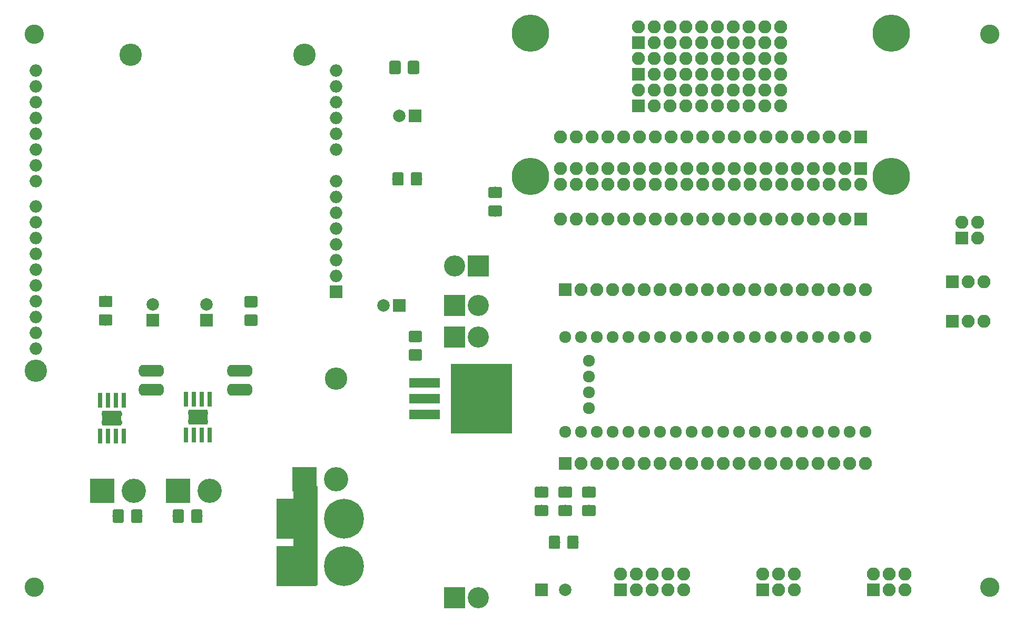
<source format=gts>
G04 #@! TF.GenerationSoftware,KiCad,Pcbnew,(5.1.2)-2*
G04 #@! TF.CreationDate,2019-06-10T17:10:01+02:00*
G04 #@! TF.ProjectId,GB2,4742322e-6b69-4636-9164-5f7063625858,rev?*
G04 #@! TF.SameCoordinates,Original*
G04 #@! TF.FileFunction,Soldermask,Top*
G04 #@! TF.FilePolarity,Negative*
%FSLAX46Y46*%
G04 Gerber Fmt 4.6, Leading zero omitted, Abs format (unit mm)*
G04 Created by KiCad (PCBNEW (5.1.2)-2) date 2019-06-10 17:10:01*
%MOMM*%
%LPD*%
G04 APERTURE LIST*
%ADD10C,0.100000*%
%ADD11C,3.600000*%
%ADD12O,2.000000X2.000000*%
%ADD13R,2.000000X2.000000*%
%ADD14C,0.500000*%
%ADD15R,1.400000X1.900000*%
%ADD16C,0.770000*%
%ADD17R,0.640000X2.340000*%
%ADD18R,3.100000X2.400000*%
%ADD19C,1.825000*%
%ADD20C,3.900120*%
%ADD21R,3.900120X3.900120*%
%ADD22C,2.000000*%
%ADD23C,1.924000*%
%ADD24C,6.000000*%
%ADD25O,2.100000X2.100000*%
%ADD26R,2.100000X2.100000*%
%ADD27C,3.399740*%
%ADD28R,3.399740X3.399740*%
%ADD29C,3.100000*%
%ADD30R,9.800000X11.200000*%
%ADD31R,5.000000X1.500000*%
%ADD32C,6.399480*%
%ADD33R,6.399480X6.399480*%
G04 APERTURE END LIST*
D10*
G36*
X104140000Y-139065000D02*
G01*
X100330000Y-139065000D01*
X100330000Y-123190000D01*
X104140000Y-123190000D01*
X104140000Y-139065000D01*
G37*
X104140000Y-139065000D02*
X100330000Y-139065000D01*
X100330000Y-123190000D01*
X104140000Y-123190000D01*
X104140000Y-139065000D01*
D11*
X102108000Y-53848000D03*
X74168000Y-53848000D03*
X58928000Y-104648000D03*
X107188000Y-105918000D03*
D12*
X58928000Y-58928000D03*
X58928000Y-56388000D03*
X58928000Y-96008000D03*
X107188000Y-56388000D03*
X58928000Y-93468000D03*
X107188000Y-58928000D03*
X58928000Y-90928000D03*
X107188000Y-61468000D03*
X58928000Y-88388000D03*
X107188000Y-64008000D03*
X58928000Y-85848000D03*
X107188000Y-66548000D03*
X58928000Y-83308000D03*
X107188000Y-69088000D03*
X58928000Y-80768000D03*
X107188000Y-74168000D03*
X58928000Y-78228000D03*
X107188000Y-76708000D03*
X58928000Y-74168000D03*
X107188000Y-79248000D03*
X58928000Y-71628000D03*
X107188000Y-81788000D03*
X58928000Y-69088000D03*
X107188000Y-84328000D03*
X58928000Y-66548000D03*
X107188000Y-86868000D03*
X58928000Y-64008000D03*
X107188000Y-89408000D03*
X58928000Y-61468000D03*
D13*
X107188000Y-91948000D03*
D12*
X58928000Y-98548000D03*
X58928000Y-101088000D03*
D14*
X76140000Y-104648000D03*
D10*
G36*
X76729018Y-103701843D02*
G01*
X76766537Y-103713224D01*
X76801114Y-103731706D01*
X76831421Y-103756579D01*
X76856294Y-103786886D01*
X76874776Y-103821463D01*
X76886157Y-103858982D01*
X76890000Y-103898000D01*
X76890000Y-105398000D01*
X76886157Y-105437018D01*
X76874776Y-105474537D01*
X76856294Y-105509114D01*
X76831421Y-105539421D01*
X76801114Y-105564294D01*
X76766537Y-105582776D01*
X76729018Y-105594157D01*
X76690000Y-105598000D01*
X76140000Y-105598000D01*
X76133888Y-105597398D01*
X76115466Y-105597398D01*
X76095860Y-105596435D01*
X76047029Y-105591625D01*
X76027620Y-105588746D01*
X75979495Y-105579174D01*
X75960452Y-105574404D01*
X75913497Y-105560160D01*
X75895020Y-105553549D01*
X75849687Y-105534772D01*
X75831939Y-105526377D01*
X75788666Y-105503246D01*
X75771838Y-105493160D01*
X75731039Y-105465900D01*
X75715270Y-105454205D01*
X75677341Y-105423077D01*
X75662800Y-105409897D01*
X75628103Y-105375200D01*
X75614923Y-105360659D01*
X75583795Y-105322730D01*
X75572100Y-105306961D01*
X75544840Y-105266162D01*
X75534754Y-105249334D01*
X75511623Y-105206061D01*
X75503228Y-105188313D01*
X75484451Y-105142980D01*
X75477840Y-105124503D01*
X75463596Y-105077548D01*
X75458826Y-105058505D01*
X75449254Y-105010380D01*
X75446375Y-104990971D01*
X75441565Y-104942140D01*
X75440602Y-104922534D01*
X75440602Y-104904112D01*
X75440000Y-104898000D01*
X75440000Y-104398000D01*
X75440602Y-104391888D01*
X75440602Y-104373466D01*
X75441565Y-104353860D01*
X75446375Y-104305029D01*
X75449254Y-104285620D01*
X75458826Y-104237495D01*
X75463596Y-104218452D01*
X75477840Y-104171497D01*
X75484451Y-104153020D01*
X75503228Y-104107687D01*
X75511623Y-104089939D01*
X75534754Y-104046666D01*
X75544840Y-104029838D01*
X75572100Y-103989039D01*
X75583795Y-103973270D01*
X75614923Y-103935341D01*
X75628103Y-103920800D01*
X75662800Y-103886103D01*
X75677341Y-103872923D01*
X75715270Y-103841795D01*
X75731039Y-103830100D01*
X75771838Y-103802840D01*
X75788666Y-103792754D01*
X75831939Y-103769623D01*
X75849687Y-103761228D01*
X75895020Y-103742451D01*
X75913497Y-103735840D01*
X75960452Y-103721596D01*
X75979495Y-103716826D01*
X76027620Y-103707254D01*
X76047029Y-103704375D01*
X76095860Y-103699565D01*
X76115466Y-103698602D01*
X76133888Y-103698602D01*
X76140000Y-103698000D01*
X76690000Y-103698000D01*
X76729018Y-103701843D01*
X76729018Y-103701843D01*
G37*
D15*
X77440000Y-104648000D03*
D14*
X78740000Y-104648000D03*
D10*
G36*
X78746112Y-103698602D02*
G01*
X78764534Y-103698602D01*
X78784140Y-103699565D01*
X78832971Y-103704375D01*
X78852380Y-103707254D01*
X78900505Y-103716826D01*
X78919548Y-103721596D01*
X78966503Y-103735840D01*
X78984980Y-103742451D01*
X79030313Y-103761228D01*
X79048061Y-103769623D01*
X79091334Y-103792754D01*
X79108162Y-103802840D01*
X79148961Y-103830100D01*
X79164730Y-103841795D01*
X79202659Y-103872923D01*
X79217200Y-103886103D01*
X79251897Y-103920800D01*
X79265077Y-103935341D01*
X79296205Y-103973270D01*
X79307900Y-103989039D01*
X79335160Y-104029838D01*
X79345246Y-104046666D01*
X79368377Y-104089939D01*
X79376772Y-104107687D01*
X79395549Y-104153020D01*
X79402160Y-104171497D01*
X79416404Y-104218452D01*
X79421174Y-104237495D01*
X79430746Y-104285620D01*
X79433625Y-104305029D01*
X79438435Y-104353860D01*
X79439398Y-104373466D01*
X79439398Y-104391888D01*
X79440000Y-104398000D01*
X79440000Y-104898000D01*
X79439398Y-104904112D01*
X79439398Y-104922534D01*
X79438435Y-104942140D01*
X79433625Y-104990971D01*
X79430746Y-105010380D01*
X79421174Y-105058505D01*
X79416404Y-105077548D01*
X79402160Y-105124503D01*
X79395549Y-105142980D01*
X79376772Y-105188313D01*
X79368377Y-105206061D01*
X79345246Y-105249334D01*
X79335160Y-105266162D01*
X79307900Y-105306961D01*
X79296205Y-105322730D01*
X79265077Y-105360659D01*
X79251897Y-105375200D01*
X79217200Y-105409897D01*
X79202659Y-105423077D01*
X79164730Y-105454205D01*
X79148961Y-105465900D01*
X79108162Y-105493160D01*
X79091334Y-105503246D01*
X79048061Y-105526377D01*
X79030313Y-105534772D01*
X78984980Y-105553549D01*
X78966503Y-105560160D01*
X78919548Y-105574404D01*
X78900505Y-105579174D01*
X78852380Y-105588746D01*
X78832971Y-105591625D01*
X78784140Y-105596435D01*
X78764534Y-105597398D01*
X78746112Y-105597398D01*
X78740000Y-105598000D01*
X78190000Y-105598000D01*
X78150982Y-105594157D01*
X78113463Y-105582776D01*
X78078886Y-105564294D01*
X78048579Y-105539421D01*
X78023706Y-105509114D01*
X78005224Y-105474537D01*
X77993843Y-105437018D01*
X77990000Y-105398000D01*
X77990000Y-103898000D01*
X77993843Y-103858982D01*
X78005224Y-103821463D01*
X78023706Y-103786886D01*
X78048579Y-103756579D01*
X78078886Y-103731706D01*
X78113463Y-103713224D01*
X78150982Y-103701843D01*
X78190000Y-103698000D01*
X78740000Y-103698000D01*
X78746112Y-103698602D01*
X78746112Y-103698602D01*
G37*
D16*
X69820000Y-112918000D03*
X69820000Y-111618000D03*
X72420000Y-112918000D03*
X71120000Y-112918000D03*
X71120000Y-111618000D03*
X72420000Y-111618000D03*
D17*
X73025000Y-115143000D03*
X71755000Y-115143000D03*
X70485000Y-115143000D03*
X69215000Y-115143000D03*
X69215000Y-109393000D03*
X70485000Y-109393000D03*
X71755000Y-109393000D03*
X73025000Y-109393000D03*
D18*
X71120000Y-112268000D03*
D16*
X83663000Y-112745000D03*
X83663000Y-111445000D03*
X86263000Y-112745000D03*
X84963000Y-112745000D03*
X84963000Y-111445000D03*
X86263000Y-111445000D03*
D17*
X86868000Y-114970000D03*
X85598000Y-114970000D03*
X84328000Y-114970000D03*
X83058000Y-114970000D03*
X83058000Y-109220000D03*
X84328000Y-109220000D03*
X85598000Y-109220000D03*
X86868000Y-109220000D03*
D18*
X84963000Y-112095000D03*
D10*
G36*
X75734707Y-126942542D02*
G01*
X75765787Y-126947152D01*
X75796266Y-126954787D01*
X75825850Y-126965372D01*
X75854254Y-126978806D01*
X75881204Y-126994959D01*
X75906442Y-127013677D01*
X75929723Y-127034777D01*
X75950823Y-127058058D01*
X75969541Y-127083296D01*
X75985694Y-127110246D01*
X75999128Y-127138650D01*
X76009713Y-127168234D01*
X76017348Y-127198713D01*
X76021958Y-127229793D01*
X76023500Y-127261176D01*
X76023500Y-128770824D01*
X76021958Y-128802207D01*
X76017348Y-128833287D01*
X76009713Y-128863766D01*
X75999128Y-128893350D01*
X75985694Y-128921754D01*
X75969541Y-128948704D01*
X75950823Y-128973942D01*
X75929723Y-128997223D01*
X75906442Y-129018323D01*
X75881204Y-129037041D01*
X75854254Y-129053194D01*
X75825850Y-129066628D01*
X75796266Y-129077213D01*
X75765787Y-129084848D01*
X75734707Y-129089458D01*
X75703324Y-129091000D01*
X74518676Y-129091000D01*
X74487293Y-129089458D01*
X74456213Y-129084848D01*
X74425734Y-129077213D01*
X74396150Y-129066628D01*
X74367746Y-129053194D01*
X74340796Y-129037041D01*
X74315558Y-129018323D01*
X74292277Y-128997223D01*
X74271177Y-128973942D01*
X74252459Y-128948704D01*
X74236306Y-128921754D01*
X74222872Y-128893350D01*
X74212287Y-128863766D01*
X74204652Y-128833287D01*
X74200042Y-128802207D01*
X74198500Y-128770824D01*
X74198500Y-127261176D01*
X74200042Y-127229793D01*
X74204652Y-127198713D01*
X74212287Y-127168234D01*
X74222872Y-127138650D01*
X74236306Y-127110246D01*
X74252459Y-127083296D01*
X74271177Y-127058058D01*
X74292277Y-127034777D01*
X74315558Y-127013677D01*
X74340796Y-126994959D01*
X74367746Y-126978806D01*
X74396150Y-126965372D01*
X74425734Y-126954787D01*
X74456213Y-126947152D01*
X74487293Y-126942542D01*
X74518676Y-126941000D01*
X75703324Y-126941000D01*
X75734707Y-126942542D01*
X75734707Y-126942542D01*
G37*
D19*
X75111000Y-128016000D03*
D10*
G36*
X72759707Y-126942542D02*
G01*
X72790787Y-126947152D01*
X72821266Y-126954787D01*
X72850850Y-126965372D01*
X72879254Y-126978806D01*
X72906204Y-126994959D01*
X72931442Y-127013677D01*
X72954723Y-127034777D01*
X72975823Y-127058058D01*
X72994541Y-127083296D01*
X73010694Y-127110246D01*
X73024128Y-127138650D01*
X73034713Y-127168234D01*
X73042348Y-127198713D01*
X73046958Y-127229793D01*
X73048500Y-127261176D01*
X73048500Y-128770824D01*
X73046958Y-128802207D01*
X73042348Y-128833287D01*
X73034713Y-128863766D01*
X73024128Y-128893350D01*
X73010694Y-128921754D01*
X72994541Y-128948704D01*
X72975823Y-128973942D01*
X72954723Y-128997223D01*
X72931442Y-129018323D01*
X72906204Y-129037041D01*
X72879254Y-129053194D01*
X72850850Y-129066628D01*
X72821266Y-129077213D01*
X72790787Y-129084848D01*
X72759707Y-129089458D01*
X72728324Y-129091000D01*
X71543676Y-129091000D01*
X71512293Y-129089458D01*
X71481213Y-129084848D01*
X71450734Y-129077213D01*
X71421150Y-129066628D01*
X71392746Y-129053194D01*
X71365796Y-129037041D01*
X71340558Y-129018323D01*
X71317277Y-128997223D01*
X71296177Y-128973942D01*
X71277459Y-128948704D01*
X71261306Y-128921754D01*
X71247872Y-128893350D01*
X71237287Y-128863766D01*
X71229652Y-128833287D01*
X71225042Y-128802207D01*
X71223500Y-128770824D01*
X71223500Y-127261176D01*
X71225042Y-127229793D01*
X71229652Y-127198713D01*
X71237287Y-127168234D01*
X71247872Y-127138650D01*
X71261306Y-127110246D01*
X71277459Y-127083296D01*
X71296177Y-127058058D01*
X71317277Y-127034777D01*
X71340558Y-127013677D01*
X71365796Y-126994959D01*
X71392746Y-126978806D01*
X71421150Y-126965372D01*
X71450734Y-126954787D01*
X71481213Y-126947152D01*
X71512293Y-126942542D01*
X71543676Y-126941000D01*
X72728324Y-126941000D01*
X72759707Y-126942542D01*
X72759707Y-126942542D01*
G37*
D19*
X72136000Y-128016000D03*
D10*
G36*
X82411707Y-126942542D02*
G01*
X82442787Y-126947152D01*
X82473266Y-126954787D01*
X82502850Y-126965372D01*
X82531254Y-126978806D01*
X82558204Y-126994959D01*
X82583442Y-127013677D01*
X82606723Y-127034777D01*
X82627823Y-127058058D01*
X82646541Y-127083296D01*
X82662694Y-127110246D01*
X82676128Y-127138650D01*
X82686713Y-127168234D01*
X82694348Y-127198713D01*
X82698958Y-127229793D01*
X82700500Y-127261176D01*
X82700500Y-128770824D01*
X82698958Y-128802207D01*
X82694348Y-128833287D01*
X82686713Y-128863766D01*
X82676128Y-128893350D01*
X82662694Y-128921754D01*
X82646541Y-128948704D01*
X82627823Y-128973942D01*
X82606723Y-128997223D01*
X82583442Y-129018323D01*
X82558204Y-129037041D01*
X82531254Y-129053194D01*
X82502850Y-129066628D01*
X82473266Y-129077213D01*
X82442787Y-129084848D01*
X82411707Y-129089458D01*
X82380324Y-129091000D01*
X81195676Y-129091000D01*
X81164293Y-129089458D01*
X81133213Y-129084848D01*
X81102734Y-129077213D01*
X81073150Y-129066628D01*
X81044746Y-129053194D01*
X81017796Y-129037041D01*
X80992558Y-129018323D01*
X80969277Y-128997223D01*
X80948177Y-128973942D01*
X80929459Y-128948704D01*
X80913306Y-128921754D01*
X80899872Y-128893350D01*
X80889287Y-128863766D01*
X80881652Y-128833287D01*
X80877042Y-128802207D01*
X80875500Y-128770824D01*
X80875500Y-127261176D01*
X80877042Y-127229793D01*
X80881652Y-127198713D01*
X80889287Y-127168234D01*
X80899872Y-127138650D01*
X80913306Y-127110246D01*
X80929459Y-127083296D01*
X80948177Y-127058058D01*
X80969277Y-127034777D01*
X80992558Y-127013677D01*
X81017796Y-126994959D01*
X81044746Y-126978806D01*
X81073150Y-126965372D01*
X81102734Y-126954787D01*
X81133213Y-126947152D01*
X81164293Y-126942542D01*
X81195676Y-126941000D01*
X82380324Y-126941000D01*
X82411707Y-126942542D01*
X82411707Y-126942542D01*
G37*
D19*
X81788000Y-128016000D03*
D10*
G36*
X85386707Y-126942542D02*
G01*
X85417787Y-126947152D01*
X85448266Y-126954787D01*
X85477850Y-126965372D01*
X85506254Y-126978806D01*
X85533204Y-126994959D01*
X85558442Y-127013677D01*
X85581723Y-127034777D01*
X85602823Y-127058058D01*
X85621541Y-127083296D01*
X85637694Y-127110246D01*
X85651128Y-127138650D01*
X85661713Y-127168234D01*
X85669348Y-127198713D01*
X85673958Y-127229793D01*
X85675500Y-127261176D01*
X85675500Y-128770824D01*
X85673958Y-128802207D01*
X85669348Y-128833287D01*
X85661713Y-128863766D01*
X85651128Y-128893350D01*
X85637694Y-128921754D01*
X85621541Y-128948704D01*
X85602823Y-128973942D01*
X85581723Y-128997223D01*
X85558442Y-129018323D01*
X85533204Y-129037041D01*
X85506254Y-129053194D01*
X85477850Y-129066628D01*
X85448266Y-129077213D01*
X85417787Y-129084848D01*
X85386707Y-129089458D01*
X85355324Y-129091000D01*
X84170676Y-129091000D01*
X84139293Y-129089458D01*
X84108213Y-129084848D01*
X84077734Y-129077213D01*
X84048150Y-129066628D01*
X84019746Y-129053194D01*
X83992796Y-129037041D01*
X83967558Y-129018323D01*
X83944277Y-128997223D01*
X83923177Y-128973942D01*
X83904459Y-128948704D01*
X83888306Y-128921754D01*
X83874872Y-128893350D01*
X83864287Y-128863766D01*
X83856652Y-128833287D01*
X83852042Y-128802207D01*
X83850500Y-128770824D01*
X83850500Y-127261176D01*
X83852042Y-127229793D01*
X83856652Y-127198713D01*
X83864287Y-127168234D01*
X83874872Y-127138650D01*
X83888306Y-127110246D01*
X83904459Y-127083296D01*
X83923177Y-127058058D01*
X83944277Y-127034777D01*
X83967558Y-127013677D01*
X83992796Y-126994959D01*
X84019746Y-126978806D01*
X84048150Y-126965372D01*
X84077734Y-126954787D01*
X84108213Y-126947152D01*
X84139293Y-126942542D01*
X84170676Y-126941000D01*
X85355324Y-126941000D01*
X85386707Y-126942542D01*
X85386707Y-126942542D01*
G37*
D19*
X84763000Y-128016000D03*
D20*
X74676000Y-123952000D03*
D21*
X69596000Y-123952000D03*
D20*
X86868000Y-123952000D03*
D21*
X81788000Y-123952000D03*
D14*
X90364000Y-104648000D03*
D10*
G36*
X90953018Y-103701843D02*
G01*
X90990537Y-103713224D01*
X91025114Y-103731706D01*
X91055421Y-103756579D01*
X91080294Y-103786886D01*
X91098776Y-103821463D01*
X91110157Y-103858982D01*
X91114000Y-103898000D01*
X91114000Y-105398000D01*
X91110157Y-105437018D01*
X91098776Y-105474537D01*
X91080294Y-105509114D01*
X91055421Y-105539421D01*
X91025114Y-105564294D01*
X90990537Y-105582776D01*
X90953018Y-105594157D01*
X90914000Y-105598000D01*
X90364000Y-105598000D01*
X90357888Y-105597398D01*
X90339466Y-105597398D01*
X90319860Y-105596435D01*
X90271029Y-105591625D01*
X90251620Y-105588746D01*
X90203495Y-105579174D01*
X90184452Y-105574404D01*
X90137497Y-105560160D01*
X90119020Y-105553549D01*
X90073687Y-105534772D01*
X90055939Y-105526377D01*
X90012666Y-105503246D01*
X89995838Y-105493160D01*
X89955039Y-105465900D01*
X89939270Y-105454205D01*
X89901341Y-105423077D01*
X89886800Y-105409897D01*
X89852103Y-105375200D01*
X89838923Y-105360659D01*
X89807795Y-105322730D01*
X89796100Y-105306961D01*
X89768840Y-105266162D01*
X89758754Y-105249334D01*
X89735623Y-105206061D01*
X89727228Y-105188313D01*
X89708451Y-105142980D01*
X89701840Y-105124503D01*
X89687596Y-105077548D01*
X89682826Y-105058505D01*
X89673254Y-105010380D01*
X89670375Y-104990971D01*
X89665565Y-104942140D01*
X89664602Y-104922534D01*
X89664602Y-104904112D01*
X89664000Y-104898000D01*
X89664000Y-104398000D01*
X89664602Y-104391888D01*
X89664602Y-104373466D01*
X89665565Y-104353860D01*
X89670375Y-104305029D01*
X89673254Y-104285620D01*
X89682826Y-104237495D01*
X89687596Y-104218452D01*
X89701840Y-104171497D01*
X89708451Y-104153020D01*
X89727228Y-104107687D01*
X89735623Y-104089939D01*
X89758754Y-104046666D01*
X89768840Y-104029838D01*
X89796100Y-103989039D01*
X89807795Y-103973270D01*
X89838923Y-103935341D01*
X89852103Y-103920800D01*
X89886800Y-103886103D01*
X89901341Y-103872923D01*
X89939270Y-103841795D01*
X89955039Y-103830100D01*
X89995838Y-103802840D01*
X90012666Y-103792754D01*
X90055939Y-103769623D01*
X90073687Y-103761228D01*
X90119020Y-103742451D01*
X90137497Y-103735840D01*
X90184452Y-103721596D01*
X90203495Y-103716826D01*
X90251620Y-103707254D01*
X90271029Y-103704375D01*
X90319860Y-103699565D01*
X90339466Y-103698602D01*
X90357888Y-103698602D01*
X90364000Y-103698000D01*
X90914000Y-103698000D01*
X90953018Y-103701843D01*
X90953018Y-103701843D01*
G37*
D15*
X91664000Y-104648000D03*
D14*
X92964000Y-104648000D03*
D10*
G36*
X92970112Y-103698602D02*
G01*
X92988534Y-103698602D01*
X93008140Y-103699565D01*
X93056971Y-103704375D01*
X93076380Y-103707254D01*
X93124505Y-103716826D01*
X93143548Y-103721596D01*
X93190503Y-103735840D01*
X93208980Y-103742451D01*
X93254313Y-103761228D01*
X93272061Y-103769623D01*
X93315334Y-103792754D01*
X93332162Y-103802840D01*
X93372961Y-103830100D01*
X93388730Y-103841795D01*
X93426659Y-103872923D01*
X93441200Y-103886103D01*
X93475897Y-103920800D01*
X93489077Y-103935341D01*
X93520205Y-103973270D01*
X93531900Y-103989039D01*
X93559160Y-104029838D01*
X93569246Y-104046666D01*
X93592377Y-104089939D01*
X93600772Y-104107687D01*
X93619549Y-104153020D01*
X93626160Y-104171497D01*
X93640404Y-104218452D01*
X93645174Y-104237495D01*
X93654746Y-104285620D01*
X93657625Y-104305029D01*
X93662435Y-104353860D01*
X93663398Y-104373466D01*
X93663398Y-104391888D01*
X93664000Y-104398000D01*
X93664000Y-104898000D01*
X93663398Y-104904112D01*
X93663398Y-104922534D01*
X93662435Y-104942140D01*
X93657625Y-104990971D01*
X93654746Y-105010380D01*
X93645174Y-105058505D01*
X93640404Y-105077548D01*
X93626160Y-105124503D01*
X93619549Y-105142980D01*
X93600772Y-105188313D01*
X93592377Y-105206061D01*
X93569246Y-105249334D01*
X93559160Y-105266162D01*
X93531900Y-105306961D01*
X93520205Y-105322730D01*
X93489077Y-105360659D01*
X93475897Y-105375200D01*
X93441200Y-105409897D01*
X93426659Y-105423077D01*
X93388730Y-105454205D01*
X93372961Y-105465900D01*
X93332162Y-105493160D01*
X93315334Y-105503246D01*
X93272061Y-105526377D01*
X93254313Y-105534772D01*
X93208980Y-105553549D01*
X93190503Y-105560160D01*
X93143548Y-105574404D01*
X93124505Y-105579174D01*
X93076380Y-105588746D01*
X93056971Y-105591625D01*
X93008140Y-105596435D01*
X92988534Y-105597398D01*
X92970112Y-105597398D01*
X92964000Y-105598000D01*
X92414000Y-105598000D01*
X92374982Y-105594157D01*
X92337463Y-105582776D01*
X92302886Y-105564294D01*
X92272579Y-105539421D01*
X92247706Y-105509114D01*
X92229224Y-105474537D01*
X92217843Y-105437018D01*
X92214000Y-105398000D01*
X92214000Y-103898000D01*
X92217843Y-103858982D01*
X92229224Y-103821463D01*
X92247706Y-103786886D01*
X92272579Y-103756579D01*
X92302886Y-103731706D01*
X92337463Y-103713224D01*
X92374982Y-103701843D01*
X92414000Y-103698000D01*
X92964000Y-103698000D01*
X92970112Y-103698602D01*
X92970112Y-103698602D01*
G37*
D14*
X78740000Y-107696000D03*
D10*
G36*
X78150982Y-108642157D02*
G01*
X78113463Y-108630776D01*
X78078886Y-108612294D01*
X78048579Y-108587421D01*
X78023706Y-108557114D01*
X78005224Y-108522537D01*
X77993843Y-108485018D01*
X77990000Y-108446000D01*
X77990000Y-106946000D01*
X77993843Y-106906982D01*
X78005224Y-106869463D01*
X78023706Y-106834886D01*
X78048579Y-106804579D01*
X78078886Y-106779706D01*
X78113463Y-106761224D01*
X78150982Y-106749843D01*
X78190000Y-106746000D01*
X78740000Y-106746000D01*
X78746112Y-106746602D01*
X78764534Y-106746602D01*
X78784140Y-106747565D01*
X78832971Y-106752375D01*
X78852380Y-106755254D01*
X78900505Y-106764826D01*
X78919548Y-106769596D01*
X78966503Y-106783840D01*
X78984980Y-106790451D01*
X79030313Y-106809228D01*
X79048061Y-106817623D01*
X79091334Y-106840754D01*
X79108162Y-106850840D01*
X79148961Y-106878100D01*
X79164730Y-106889795D01*
X79202659Y-106920923D01*
X79217200Y-106934103D01*
X79251897Y-106968800D01*
X79265077Y-106983341D01*
X79296205Y-107021270D01*
X79307900Y-107037039D01*
X79335160Y-107077838D01*
X79345246Y-107094666D01*
X79368377Y-107137939D01*
X79376772Y-107155687D01*
X79395549Y-107201020D01*
X79402160Y-107219497D01*
X79416404Y-107266452D01*
X79421174Y-107285495D01*
X79430746Y-107333620D01*
X79433625Y-107353029D01*
X79438435Y-107401860D01*
X79439398Y-107421466D01*
X79439398Y-107439888D01*
X79440000Y-107446000D01*
X79440000Y-107946000D01*
X79439398Y-107952112D01*
X79439398Y-107970534D01*
X79438435Y-107990140D01*
X79433625Y-108038971D01*
X79430746Y-108058380D01*
X79421174Y-108106505D01*
X79416404Y-108125548D01*
X79402160Y-108172503D01*
X79395549Y-108190980D01*
X79376772Y-108236313D01*
X79368377Y-108254061D01*
X79345246Y-108297334D01*
X79335160Y-108314162D01*
X79307900Y-108354961D01*
X79296205Y-108370730D01*
X79265077Y-108408659D01*
X79251897Y-108423200D01*
X79217200Y-108457897D01*
X79202659Y-108471077D01*
X79164730Y-108502205D01*
X79148961Y-108513900D01*
X79108162Y-108541160D01*
X79091334Y-108551246D01*
X79048061Y-108574377D01*
X79030313Y-108582772D01*
X78984980Y-108601549D01*
X78966503Y-108608160D01*
X78919548Y-108622404D01*
X78900505Y-108627174D01*
X78852380Y-108636746D01*
X78832971Y-108639625D01*
X78784140Y-108644435D01*
X78764534Y-108645398D01*
X78746112Y-108645398D01*
X78740000Y-108646000D01*
X78190000Y-108646000D01*
X78150982Y-108642157D01*
X78150982Y-108642157D01*
G37*
D15*
X77440000Y-107696000D03*
D14*
X76140000Y-107696000D03*
D10*
G36*
X76133888Y-108645398D02*
G01*
X76115466Y-108645398D01*
X76095860Y-108644435D01*
X76047029Y-108639625D01*
X76027620Y-108636746D01*
X75979495Y-108627174D01*
X75960452Y-108622404D01*
X75913497Y-108608160D01*
X75895020Y-108601549D01*
X75849687Y-108582772D01*
X75831939Y-108574377D01*
X75788666Y-108551246D01*
X75771838Y-108541160D01*
X75731039Y-108513900D01*
X75715270Y-108502205D01*
X75677341Y-108471077D01*
X75662800Y-108457897D01*
X75628103Y-108423200D01*
X75614923Y-108408659D01*
X75583795Y-108370730D01*
X75572100Y-108354961D01*
X75544840Y-108314162D01*
X75534754Y-108297334D01*
X75511623Y-108254061D01*
X75503228Y-108236313D01*
X75484451Y-108190980D01*
X75477840Y-108172503D01*
X75463596Y-108125548D01*
X75458826Y-108106505D01*
X75449254Y-108058380D01*
X75446375Y-108038971D01*
X75441565Y-107990140D01*
X75440602Y-107970534D01*
X75440602Y-107952112D01*
X75440000Y-107946000D01*
X75440000Y-107446000D01*
X75440602Y-107439888D01*
X75440602Y-107421466D01*
X75441565Y-107401860D01*
X75446375Y-107353029D01*
X75449254Y-107333620D01*
X75458826Y-107285495D01*
X75463596Y-107266452D01*
X75477840Y-107219497D01*
X75484451Y-107201020D01*
X75503228Y-107155687D01*
X75511623Y-107137939D01*
X75534754Y-107094666D01*
X75544840Y-107077838D01*
X75572100Y-107037039D01*
X75583795Y-107021270D01*
X75614923Y-106983341D01*
X75628103Y-106968800D01*
X75662800Y-106934103D01*
X75677341Y-106920923D01*
X75715270Y-106889795D01*
X75731039Y-106878100D01*
X75771838Y-106850840D01*
X75788666Y-106840754D01*
X75831939Y-106817623D01*
X75849687Y-106809228D01*
X75895020Y-106790451D01*
X75913497Y-106783840D01*
X75960452Y-106769596D01*
X75979495Y-106764826D01*
X76027620Y-106755254D01*
X76047029Y-106752375D01*
X76095860Y-106747565D01*
X76115466Y-106746602D01*
X76133888Y-106746602D01*
X76140000Y-106746000D01*
X76690000Y-106746000D01*
X76729018Y-106749843D01*
X76766537Y-106761224D01*
X76801114Y-106779706D01*
X76831421Y-106804579D01*
X76856294Y-106834886D01*
X76874776Y-106869463D01*
X76886157Y-106906982D01*
X76890000Y-106946000D01*
X76890000Y-108446000D01*
X76886157Y-108485018D01*
X76874776Y-108522537D01*
X76856294Y-108557114D01*
X76831421Y-108587421D01*
X76801114Y-108612294D01*
X76766537Y-108630776D01*
X76729018Y-108642157D01*
X76690000Y-108646000D01*
X76140000Y-108646000D01*
X76133888Y-108645398D01*
X76133888Y-108645398D01*
G37*
D14*
X92964000Y-107696000D03*
D10*
G36*
X92374982Y-108642157D02*
G01*
X92337463Y-108630776D01*
X92302886Y-108612294D01*
X92272579Y-108587421D01*
X92247706Y-108557114D01*
X92229224Y-108522537D01*
X92217843Y-108485018D01*
X92214000Y-108446000D01*
X92214000Y-106946000D01*
X92217843Y-106906982D01*
X92229224Y-106869463D01*
X92247706Y-106834886D01*
X92272579Y-106804579D01*
X92302886Y-106779706D01*
X92337463Y-106761224D01*
X92374982Y-106749843D01*
X92414000Y-106746000D01*
X92964000Y-106746000D01*
X92970112Y-106746602D01*
X92988534Y-106746602D01*
X93008140Y-106747565D01*
X93056971Y-106752375D01*
X93076380Y-106755254D01*
X93124505Y-106764826D01*
X93143548Y-106769596D01*
X93190503Y-106783840D01*
X93208980Y-106790451D01*
X93254313Y-106809228D01*
X93272061Y-106817623D01*
X93315334Y-106840754D01*
X93332162Y-106850840D01*
X93372961Y-106878100D01*
X93388730Y-106889795D01*
X93426659Y-106920923D01*
X93441200Y-106934103D01*
X93475897Y-106968800D01*
X93489077Y-106983341D01*
X93520205Y-107021270D01*
X93531900Y-107037039D01*
X93559160Y-107077838D01*
X93569246Y-107094666D01*
X93592377Y-107137939D01*
X93600772Y-107155687D01*
X93619549Y-107201020D01*
X93626160Y-107219497D01*
X93640404Y-107266452D01*
X93645174Y-107285495D01*
X93654746Y-107333620D01*
X93657625Y-107353029D01*
X93662435Y-107401860D01*
X93663398Y-107421466D01*
X93663398Y-107439888D01*
X93664000Y-107446000D01*
X93664000Y-107946000D01*
X93663398Y-107952112D01*
X93663398Y-107970534D01*
X93662435Y-107990140D01*
X93657625Y-108038971D01*
X93654746Y-108058380D01*
X93645174Y-108106505D01*
X93640404Y-108125548D01*
X93626160Y-108172503D01*
X93619549Y-108190980D01*
X93600772Y-108236313D01*
X93592377Y-108254061D01*
X93569246Y-108297334D01*
X93559160Y-108314162D01*
X93531900Y-108354961D01*
X93520205Y-108370730D01*
X93489077Y-108408659D01*
X93475897Y-108423200D01*
X93441200Y-108457897D01*
X93426659Y-108471077D01*
X93388730Y-108502205D01*
X93372961Y-108513900D01*
X93332162Y-108541160D01*
X93315334Y-108551246D01*
X93272061Y-108574377D01*
X93254313Y-108582772D01*
X93208980Y-108601549D01*
X93190503Y-108608160D01*
X93143548Y-108622404D01*
X93124505Y-108627174D01*
X93076380Y-108636746D01*
X93056971Y-108639625D01*
X93008140Y-108644435D01*
X92988534Y-108645398D01*
X92970112Y-108645398D01*
X92964000Y-108646000D01*
X92414000Y-108646000D01*
X92374982Y-108642157D01*
X92374982Y-108642157D01*
G37*
D15*
X91664000Y-107696000D03*
D14*
X90364000Y-107696000D03*
D10*
G36*
X90357888Y-108645398D02*
G01*
X90339466Y-108645398D01*
X90319860Y-108644435D01*
X90271029Y-108639625D01*
X90251620Y-108636746D01*
X90203495Y-108627174D01*
X90184452Y-108622404D01*
X90137497Y-108608160D01*
X90119020Y-108601549D01*
X90073687Y-108582772D01*
X90055939Y-108574377D01*
X90012666Y-108551246D01*
X89995838Y-108541160D01*
X89955039Y-108513900D01*
X89939270Y-108502205D01*
X89901341Y-108471077D01*
X89886800Y-108457897D01*
X89852103Y-108423200D01*
X89838923Y-108408659D01*
X89807795Y-108370730D01*
X89796100Y-108354961D01*
X89768840Y-108314162D01*
X89758754Y-108297334D01*
X89735623Y-108254061D01*
X89727228Y-108236313D01*
X89708451Y-108190980D01*
X89701840Y-108172503D01*
X89687596Y-108125548D01*
X89682826Y-108106505D01*
X89673254Y-108058380D01*
X89670375Y-108038971D01*
X89665565Y-107990140D01*
X89664602Y-107970534D01*
X89664602Y-107952112D01*
X89664000Y-107946000D01*
X89664000Y-107446000D01*
X89664602Y-107439888D01*
X89664602Y-107421466D01*
X89665565Y-107401860D01*
X89670375Y-107353029D01*
X89673254Y-107333620D01*
X89682826Y-107285495D01*
X89687596Y-107266452D01*
X89701840Y-107219497D01*
X89708451Y-107201020D01*
X89727228Y-107155687D01*
X89735623Y-107137939D01*
X89758754Y-107094666D01*
X89768840Y-107077838D01*
X89796100Y-107037039D01*
X89807795Y-107021270D01*
X89838923Y-106983341D01*
X89852103Y-106968800D01*
X89886800Y-106934103D01*
X89901341Y-106920923D01*
X89939270Y-106889795D01*
X89955039Y-106878100D01*
X89995838Y-106850840D01*
X90012666Y-106840754D01*
X90055939Y-106817623D01*
X90073687Y-106809228D01*
X90119020Y-106790451D01*
X90137497Y-106783840D01*
X90184452Y-106769596D01*
X90203495Y-106764826D01*
X90251620Y-106755254D01*
X90271029Y-106752375D01*
X90319860Y-106747565D01*
X90339466Y-106746602D01*
X90357888Y-106746602D01*
X90364000Y-106746000D01*
X90914000Y-106746000D01*
X90953018Y-106749843D01*
X90990537Y-106761224D01*
X91025114Y-106779706D01*
X91055421Y-106804579D01*
X91080294Y-106834886D01*
X91098776Y-106869463D01*
X91110157Y-106906982D01*
X91114000Y-106946000D01*
X91114000Y-108446000D01*
X91110157Y-108485018D01*
X91098776Y-108522537D01*
X91080294Y-108557114D01*
X91055421Y-108587421D01*
X91025114Y-108612294D01*
X90990537Y-108630776D01*
X90953018Y-108642157D01*
X90914000Y-108646000D01*
X90364000Y-108646000D01*
X90357888Y-108645398D01*
X90357888Y-108645398D01*
G37*
G36*
X94258207Y-92634042D02*
G01*
X94289287Y-92638652D01*
X94319766Y-92646287D01*
X94349350Y-92656872D01*
X94377754Y-92670306D01*
X94404704Y-92686459D01*
X94429942Y-92705177D01*
X94453223Y-92726277D01*
X94474323Y-92749558D01*
X94493041Y-92774796D01*
X94509194Y-92801746D01*
X94522628Y-92830150D01*
X94533213Y-92859734D01*
X94540848Y-92890213D01*
X94545458Y-92921293D01*
X94547000Y-92952676D01*
X94547000Y-94137324D01*
X94545458Y-94168707D01*
X94540848Y-94199787D01*
X94533213Y-94230266D01*
X94522628Y-94259850D01*
X94509194Y-94288254D01*
X94493041Y-94315204D01*
X94474323Y-94340442D01*
X94453223Y-94363723D01*
X94429942Y-94384823D01*
X94404704Y-94403541D01*
X94377754Y-94419694D01*
X94349350Y-94433128D01*
X94319766Y-94443713D01*
X94289287Y-94451348D01*
X94258207Y-94455958D01*
X94226824Y-94457500D01*
X92717176Y-94457500D01*
X92685793Y-94455958D01*
X92654713Y-94451348D01*
X92624234Y-94443713D01*
X92594650Y-94433128D01*
X92566246Y-94419694D01*
X92539296Y-94403541D01*
X92514058Y-94384823D01*
X92490777Y-94363723D01*
X92469677Y-94340442D01*
X92450959Y-94315204D01*
X92434806Y-94288254D01*
X92421372Y-94259850D01*
X92410787Y-94230266D01*
X92403152Y-94199787D01*
X92398542Y-94168707D01*
X92397000Y-94137324D01*
X92397000Y-92952676D01*
X92398542Y-92921293D01*
X92403152Y-92890213D01*
X92410787Y-92859734D01*
X92421372Y-92830150D01*
X92434806Y-92801746D01*
X92450959Y-92774796D01*
X92469677Y-92749558D01*
X92490777Y-92726277D01*
X92514058Y-92705177D01*
X92539296Y-92686459D01*
X92566246Y-92670306D01*
X92594650Y-92656872D01*
X92624234Y-92646287D01*
X92654713Y-92638652D01*
X92685793Y-92634042D01*
X92717176Y-92632500D01*
X94226824Y-92632500D01*
X94258207Y-92634042D01*
X94258207Y-92634042D01*
G37*
D19*
X93472000Y-93545000D03*
D10*
G36*
X94258207Y-95609042D02*
G01*
X94289287Y-95613652D01*
X94319766Y-95621287D01*
X94349350Y-95631872D01*
X94377754Y-95645306D01*
X94404704Y-95661459D01*
X94429942Y-95680177D01*
X94453223Y-95701277D01*
X94474323Y-95724558D01*
X94493041Y-95749796D01*
X94509194Y-95776746D01*
X94522628Y-95805150D01*
X94533213Y-95834734D01*
X94540848Y-95865213D01*
X94545458Y-95896293D01*
X94547000Y-95927676D01*
X94547000Y-97112324D01*
X94545458Y-97143707D01*
X94540848Y-97174787D01*
X94533213Y-97205266D01*
X94522628Y-97234850D01*
X94509194Y-97263254D01*
X94493041Y-97290204D01*
X94474323Y-97315442D01*
X94453223Y-97338723D01*
X94429942Y-97359823D01*
X94404704Y-97378541D01*
X94377754Y-97394694D01*
X94349350Y-97408128D01*
X94319766Y-97418713D01*
X94289287Y-97426348D01*
X94258207Y-97430958D01*
X94226824Y-97432500D01*
X92717176Y-97432500D01*
X92685793Y-97430958D01*
X92654713Y-97426348D01*
X92624234Y-97418713D01*
X92594650Y-97408128D01*
X92566246Y-97394694D01*
X92539296Y-97378541D01*
X92514058Y-97359823D01*
X92490777Y-97338723D01*
X92469677Y-97315442D01*
X92450959Y-97290204D01*
X92434806Y-97263254D01*
X92421372Y-97234850D01*
X92410787Y-97205266D01*
X92403152Y-97174787D01*
X92398542Y-97143707D01*
X92397000Y-97112324D01*
X92397000Y-95927676D01*
X92398542Y-95896293D01*
X92403152Y-95865213D01*
X92410787Y-95834734D01*
X92421372Y-95805150D01*
X92434806Y-95776746D01*
X92450959Y-95749796D01*
X92469677Y-95724558D01*
X92490777Y-95701277D01*
X92514058Y-95680177D01*
X92539296Y-95661459D01*
X92566246Y-95645306D01*
X92594650Y-95631872D01*
X92624234Y-95621287D01*
X92654713Y-95613652D01*
X92685793Y-95609042D01*
X92717176Y-95607500D01*
X94226824Y-95607500D01*
X94258207Y-95609042D01*
X94258207Y-95609042D01*
G37*
D19*
X93472000Y-96520000D03*
D10*
G36*
X70890207Y-92597542D02*
G01*
X70921287Y-92602152D01*
X70951766Y-92609787D01*
X70981350Y-92620372D01*
X71009754Y-92633806D01*
X71036704Y-92649959D01*
X71061942Y-92668677D01*
X71085223Y-92689777D01*
X71106323Y-92713058D01*
X71125041Y-92738296D01*
X71141194Y-92765246D01*
X71154628Y-92793650D01*
X71165213Y-92823234D01*
X71172848Y-92853713D01*
X71177458Y-92884793D01*
X71179000Y-92916176D01*
X71179000Y-94100824D01*
X71177458Y-94132207D01*
X71172848Y-94163287D01*
X71165213Y-94193766D01*
X71154628Y-94223350D01*
X71141194Y-94251754D01*
X71125041Y-94278704D01*
X71106323Y-94303942D01*
X71085223Y-94327223D01*
X71061942Y-94348323D01*
X71036704Y-94367041D01*
X71009754Y-94383194D01*
X70981350Y-94396628D01*
X70951766Y-94407213D01*
X70921287Y-94414848D01*
X70890207Y-94419458D01*
X70858824Y-94421000D01*
X69349176Y-94421000D01*
X69317793Y-94419458D01*
X69286713Y-94414848D01*
X69256234Y-94407213D01*
X69226650Y-94396628D01*
X69198246Y-94383194D01*
X69171296Y-94367041D01*
X69146058Y-94348323D01*
X69122777Y-94327223D01*
X69101677Y-94303942D01*
X69082959Y-94278704D01*
X69066806Y-94251754D01*
X69053372Y-94223350D01*
X69042787Y-94193766D01*
X69035152Y-94163287D01*
X69030542Y-94132207D01*
X69029000Y-94100824D01*
X69029000Y-92916176D01*
X69030542Y-92884793D01*
X69035152Y-92853713D01*
X69042787Y-92823234D01*
X69053372Y-92793650D01*
X69066806Y-92765246D01*
X69082959Y-92738296D01*
X69101677Y-92713058D01*
X69122777Y-92689777D01*
X69146058Y-92668677D01*
X69171296Y-92649959D01*
X69198246Y-92633806D01*
X69226650Y-92620372D01*
X69256234Y-92609787D01*
X69286713Y-92602152D01*
X69317793Y-92597542D01*
X69349176Y-92596000D01*
X70858824Y-92596000D01*
X70890207Y-92597542D01*
X70890207Y-92597542D01*
G37*
D19*
X70104000Y-93508500D03*
D10*
G36*
X70890207Y-95572542D02*
G01*
X70921287Y-95577152D01*
X70951766Y-95584787D01*
X70981350Y-95595372D01*
X71009754Y-95608806D01*
X71036704Y-95624959D01*
X71061942Y-95643677D01*
X71085223Y-95664777D01*
X71106323Y-95688058D01*
X71125041Y-95713296D01*
X71141194Y-95740246D01*
X71154628Y-95768650D01*
X71165213Y-95798234D01*
X71172848Y-95828713D01*
X71177458Y-95859793D01*
X71179000Y-95891176D01*
X71179000Y-97075824D01*
X71177458Y-97107207D01*
X71172848Y-97138287D01*
X71165213Y-97168766D01*
X71154628Y-97198350D01*
X71141194Y-97226754D01*
X71125041Y-97253704D01*
X71106323Y-97278942D01*
X71085223Y-97302223D01*
X71061942Y-97323323D01*
X71036704Y-97342041D01*
X71009754Y-97358194D01*
X70981350Y-97371628D01*
X70951766Y-97382213D01*
X70921287Y-97389848D01*
X70890207Y-97394458D01*
X70858824Y-97396000D01*
X69349176Y-97396000D01*
X69317793Y-97394458D01*
X69286713Y-97389848D01*
X69256234Y-97382213D01*
X69226650Y-97371628D01*
X69198246Y-97358194D01*
X69171296Y-97342041D01*
X69146058Y-97323323D01*
X69122777Y-97302223D01*
X69101677Y-97278942D01*
X69082959Y-97253704D01*
X69066806Y-97226754D01*
X69053372Y-97198350D01*
X69042787Y-97168766D01*
X69035152Y-97138287D01*
X69030542Y-97107207D01*
X69029000Y-97075824D01*
X69029000Y-95891176D01*
X69030542Y-95859793D01*
X69035152Y-95828713D01*
X69042787Y-95798234D01*
X69053372Y-95768650D01*
X69066806Y-95740246D01*
X69082959Y-95713296D01*
X69101677Y-95688058D01*
X69122777Y-95664777D01*
X69146058Y-95643677D01*
X69171296Y-95624959D01*
X69198246Y-95608806D01*
X69226650Y-95595372D01*
X69256234Y-95584787D01*
X69286713Y-95577152D01*
X69317793Y-95572542D01*
X69349176Y-95571000D01*
X70858824Y-95571000D01*
X70890207Y-95572542D01*
X70890207Y-95572542D01*
G37*
D19*
X70104000Y-96483500D03*
D22*
X77724000Y-94020000D03*
D13*
X77724000Y-96520000D03*
D22*
X86360000Y-94020000D03*
D13*
X86360000Y-96520000D03*
D23*
X143980000Y-99210000D03*
X146520000Y-99210000D03*
X149060000Y-99210000D03*
X151600000Y-99210000D03*
X154140000Y-99210000D03*
X156680000Y-99210000D03*
X159220000Y-99210000D03*
X161760000Y-99210000D03*
X164300000Y-99210000D03*
X166840000Y-99210000D03*
X169380000Y-99210000D03*
X171920000Y-99210000D03*
X174460000Y-99210000D03*
X177000000Y-99210000D03*
X179540000Y-99210000D03*
X182080000Y-99210000D03*
X184620000Y-99210000D03*
X187160000Y-99210000D03*
X189700000Y-99210000D03*
X192240000Y-99210000D03*
X192240000Y-114450000D03*
X189700000Y-114450000D03*
X187160000Y-114450000D03*
X184620000Y-114450000D03*
X182080000Y-114450000D03*
X179540000Y-114450000D03*
X177000000Y-114450000D03*
X174460000Y-114450000D03*
X171920000Y-114450000D03*
X169380000Y-114450000D03*
X166840000Y-114450000D03*
X164300000Y-114450000D03*
X161760000Y-114450000D03*
X159220000Y-114450000D03*
X156680000Y-114450000D03*
X154140000Y-114450000D03*
X151600000Y-114450000D03*
X149060000Y-114450000D03*
X146520000Y-114450000D03*
X143980000Y-114450000D03*
X147790000Y-110640000D03*
X147790000Y-108100000D03*
X147790000Y-105560000D03*
X147790000Y-103020000D03*
D24*
X138386000Y-73406000D03*
X196386000Y-50406000D03*
X138386000Y-50406000D03*
X196386000Y-73406000D03*
D25*
X143256000Y-74676000D03*
X143256000Y-72136000D03*
X161036000Y-74676000D03*
X161036000Y-72136000D03*
X166116000Y-74676000D03*
X166116000Y-72136000D03*
X155956000Y-74676000D03*
X155956000Y-72136000D03*
X183896000Y-74676000D03*
X183896000Y-72136000D03*
X153416000Y-74676000D03*
X153416000Y-72136000D03*
X171196000Y-74676000D03*
X171196000Y-72136000D03*
X148336000Y-74676000D03*
X148336000Y-72136000D03*
X150876000Y-74676000D03*
X150876000Y-72136000D03*
X145796000Y-74676000D03*
X145796000Y-72136000D03*
X168656000Y-74676000D03*
X168656000Y-72136000D03*
X181356000Y-74676000D03*
X181356000Y-72136000D03*
X176276000Y-74676000D03*
X176276000Y-72136000D03*
X158496000Y-74676000D03*
X158496000Y-72136000D03*
X178816000Y-74676000D03*
X178816000Y-72136000D03*
X163576000Y-74676000D03*
X163576000Y-72136000D03*
D26*
X191516000Y-72136000D03*
D25*
X191516000Y-74676000D03*
X186436000Y-72136000D03*
X188976000Y-74676000D03*
X173736000Y-74676000D03*
X173736000Y-72136000D03*
X188976000Y-72136000D03*
X186436000Y-74676000D03*
D10*
G36*
X144766207Y-126211542D02*
G01*
X144797287Y-126216152D01*
X144827766Y-126223787D01*
X144857350Y-126234372D01*
X144885754Y-126247806D01*
X144912704Y-126263959D01*
X144937942Y-126282677D01*
X144961223Y-126303777D01*
X144982323Y-126327058D01*
X145001041Y-126352296D01*
X145017194Y-126379246D01*
X145030628Y-126407650D01*
X145041213Y-126437234D01*
X145048848Y-126467713D01*
X145053458Y-126498793D01*
X145055000Y-126530176D01*
X145055000Y-127714824D01*
X145053458Y-127746207D01*
X145048848Y-127777287D01*
X145041213Y-127807766D01*
X145030628Y-127837350D01*
X145017194Y-127865754D01*
X145001041Y-127892704D01*
X144982323Y-127917942D01*
X144961223Y-127941223D01*
X144937942Y-127962323D01*
X144912704Y-127981041D01*
X144885754Y-127997194D01*
X144857350Y-128010628D01*
X144827766Y-128021213D01*
X144797287Y-128028848D01*
X144766207Y-128033458D01*
X144734824Y-128035000D01*
X143225176Y-128035000D01*
X143193793Y-128033458D01*
X143162713Y-128028848D01*
X143132234Y-128021213D01*
X143102650Y-128010628D01*
X143074246Y-127997194D01*
X143047296Y-127981041D01*
X143022058Y-127962323D01*
X142998777Y-127941223D01*
X142977677Y-127917942D01*
X142958959Y-127892704D01*
X142942806Y-127865754D01*
X142929372Y-127837350D01*
X142918787Y-127807766D01*
X142911152Y-127777287D01*
X142906542Y-127746207D01*
X142905000Y-127714824D01*
X142905000Y-126530176D01*
X142906542Y-126498793D01*
X142911152Y-126467713D01*
X142918787Y-126437234D01*
X142929372Y-126407650D01*
X142942806Y-126379246D01*
X142958959Y-126352296D01*
X142977677Y-126327058D01*
X142998777Y-126303777D01*
X143022058Y-126282677D01*
X143047296Y-126263959D01*
X143074246Y-126247806D01*
X143102650Y-126234372D01*
X143132234Y-126223787D01*
X143162713Y-126216152D01*
X143193793Y-126211542D01*
X143225176Y-126210000D01*
X144734824Y-126210000D01*
X144766207Y-126211542D01*
X144766207Y-126211542D01*
G37*
D19*
X143980000Y-127122500D03*
D10*
G36*
X144766207Y-123236542D02*
G01*
X144797287Y-123241152D01*
X144827766Y-123248787D01*
X144857350Y-123259372D01*
X144885754Y-123272806D01*
X144912704Y-123288959D01*
X144937942Y-123307677D01*
X144961223Y-123328777D01*
X144982323Y-123352058D01*
X145001041Y-123377296D01*
X145017194Y-123404246D01*
X145030628Y-123432650D01*
X145041213Y-123462234D01*
X145048848Y-123492713D01*
X145053458Y-123523793D01*
X145055000Y-123555176D01*
X145055000Y-124739824D01*
X145053458Y-124771207D01*
X145048848Y-124802287D01*
X145041213Y-124832766D01*
X145030628Y-124862350D01*
X145017194Y-124890754D01*
X145001041Y-124917704D01*
X144982323Y-124942942D01*
X144961223Y-124966223D01*
X144937942Y-124987323D01*
X144912704Y-125006041D01*
X144885754Y-125022194D01*
X144857350Y-125035628D01*
X144827766Y-125046213D01*
X144797287Y-125053848D01*
X144766207Y-125058458D01*
X144734824Y-125060000D01*
X143225176Y-125060000D01*
X143193793Y-125058458D01*
X143162713Y-125053848D01*
X143132234Y-125046213D01*
X143102650Y-125035628D01*
X143074246Y-125022194D01*
X143047296Y-125006041D01*
X143022058Y-124987323D01*
X142998777Y-124966223D01*
X142977677Y-124942942D01*
X142958959Y-124917704D01*
X142942806Y-124890754D01*
X142929372Y-124862350D01*
X142918787Y-124832766D01*
X142911152Y-124802287D01*
X142906542Y-124771207D01*
X142905000Y-124739824D01*
X142905000Y-123555176D01*
X142906542Y-123523793D01*
X142911152Y-123492713D01*
X142918787Y-123462234D01*
X142929372Y-123432650D01*
X142942806Y-123404246D01*
X142958959Y-123377296D01*
X142977677Y-123352058D01*
X142998777Y-123328777D01*
X143022058Y-123307677D01*
X143047296Y-123288959D01*
X143074246Y-123272806D01*
X143102650Y-123259372D01*
X143132234Y-123248787D01*
X143162713Y-123241152D01*
X143193793Y-123236542D01*
X143225176Y-123235000D01*
X144734824Y-123235000D01*
X144766207Y-123236542D01*
X144766207Y-123236542D01*
G37*
D19*
X143980000Y-124147500D03*
D10*
G36*
X140956207Y-123236542D02*
G01*
X140987287Y-123241152D01*
X141017766Y-123248787D01*
X141047350Y-123259372D01*
X141075754Y-123272806D01*
X141102704Y-123288959D01*
X141127942Y-123307677D01*
X141151223Y-123328777D01*
X141172323Y-123352058D01*
X141191041Y-123377296D01*
X141207194Y-123404246D01*
X141220628Y-123432650D01*
X141231213Y-123462234D01*
X141238848Y-123492713D01*
X141243458Y-123523793D01*
X141245000Y-123555176D01*
X141245000Y-124739824D01*
X141243458Y-124771207D01*
X141238848Y-124802287D01*
X141231213Y-124832766D01*
X141220628Y-124862350D01*
X141207194Y-124890754D01*
X141191041Y-124917704D01*
X141172323Y-124942942D01*
X141151223Y-124966223D01*
X141127942Y-124987323D01*
X141102704Y-125006041D01*
X141075754Y-125022194D01*
X141047350Y-125035628D01*
X141017766Y-125046213D01*
X140987287Y-125053848D01*
X140956207Y-125058458D01*
X140924824Y-125060000D01*
X139415176Y-125060000D01*
X139383793Y-125058458D01*
X139352713Y-125053848D01*
X139322234Y-125046213D01*
X139292650Y-125035628D01*
X139264246Y-125022194D01*
X139237296Y-125006041D01*
X139212058Y-124987323D01*
X139188777Y-124966223D01*
X139167677Y-124942942D01*
X139148959Y-124917704D01*
X139132806Y-124890754D01*
X139119372Y-124862350D01*
X139108787Y-124832766D01*
X139101152Y-124802287D01*
X139096542Y-124771207D01*
X139095000Y-124739824D01*
X139095000Y-123555176D01*
X139096542Y-123523793D01*
X139101152Y-123492713D01*
X139108787Y-123462234D01*
X139119372Y-123432650D01*
X139132806Y-123404246D01*
X139148959Y-123377296D01*
X139167677Y-123352058D01*
X139188777Y-123328777D01*
X139212058Y-123307677D01*
X139237296Y-123288959D01*
X139264246Y-123272806D01*
X139292650Y-123259372D01*
X139322234Y-123248787D01*
X139352713Y-123241152D01*
X139383793Y-123236542D01*
X139415176Y-123235000D01*
X140924824Y-123235000D01*
X140956207Y-123236542D01*
X140956207Y-123236542D01*
G37*
D19*
X140170000Y-124147500D03*
D10*
G36*
X140956207Y-126211542D02*
G01*
X140987287Y-126216152D01*
X141017766Y-126223787D01*
X141047350Y-126234372D01*
X141075754Y-126247806D01*
X141102704Y-126263959D01*
X141127942Y-126282677D01*
X141151223Y-126303777D01*
X141172323Y-126327058D01*
X141191041Y-126352296D01*
X141207194Y-126379246D01*
X141220628Y-126407650D01*
X141231213Y-126437234D01*
X141238848Y-126467713D01*
X141243458Y-126498793D01*
X141245000Y-126530176D01*
X141245000Y-127714824D01*
X141243458Y-127746207D01*
X141238848Y-127777287D01*
X141231213Y-127807766D01*
X141220628Y-127837350D01*
X141207194Y-127865754D01*
X141191041Y-127892704D01*
X141172323Y-127917942D01*
X141151223Y-127941223D01*
X141127942Y-127962323D01*
X141102704Y-127981041D01*
X141075754Y-127997194D01*
X141047350Y-128010628D01*
X141017766Y-128021213D01*
X140987287Y-128028848D01*
X140956207Y-128033458D01*
X140924824Y-128035000D01*
X139415176Y-128035000D01*
X139383793Y-128033458D01*
X139352713Y-128028848D01*
X139322234Y-128021213D01*
X139292650Y-128010628D01*
X139264246Y-127997194D01*
X139237296Y-127981041D01*
X139212058Y-127962323D01*
X139188777Y-127941223D01*
X139167677Y-127917942D01*
X139148959Y-127892704D01*
X139132806Y-127865754D01*
X139119372Y-127837350D01*
X139108787Y-127807766D01*
X139101152Y-127777287D01*
X139096542Y-127746207D01*
X139095000Y-127714824D01*
X139095000Y-126530176D01*
X139096542Y-126498793D01*
X139101152Y-126467713D01*
X139108787Y-126437234D01*
X139119372Y-126407650D01*
X139132806Y-126379246D01*
X139148959Y-126352296D01*
X139167677Y-126327058D01*
X139188777Y-126303777D01*
X139212058Y-126282677D01*
X139237296Y-126263959D01*
X139264246Y-126247806D01*
X139292650Y-126234372D01*
X139322234Y-126223787D01*
X139352713Y-126216152D01*
X139383793Y-126211542D01*
X139415176Y-126210000D01*
X140924824Y-126210000D01*
X140956207Y-126211542D01*
X140956207Y-126211542D01*
G37*
D19*
X140170000Y-127122500D03*
D25*
X210312000Y-80772000D03*
X210312000Y-83312000D03*
X207772000Y-80772000D03*
D26*
X207772000Y-83312000D03*
D27*
X130010000Y-99210000D03*
D28*
X126200000Y-99210000D03*
D29*
X58600000Y-139450000D03*
D10*
G36*
X117716207Y-72736542D02*
G01*
X117747287Y-72741152D01*
X117777766Y-72748787D01*
X117807350Y-72759372D01*
X117835754Y-72772806D01*
X117862704Y-72788959D01*
X117887942Y-72807677D01*
X117911223Y-72828777D01*
X117932323Y-72852058D01*
X117951041Y-72877296D01*
X117967194Y-72904246D01*
X117980628Y-72932650D01*
X117991213Y-72962234D01*
X117998848Y-72992713D01*
X118003458Y-73023793D01*
X118005000Y-73055176D01*
X118005000Y-74564824D01*
X118003458Y-74596207D01*
X117998848Y-74627287D01*
X117991213Y-74657766D01*
X117980628Y-74687350D01*
X117967194Y-74715754D01*
X117951041Y-74742704D01*
X117932323Y-74767942D01*
X117911223Y-74791223D01*
X117887942Y-74812323D01*
X117862704Y-74831041D01*
X117835754Y-74847194D01*
X117807350Y-74860628D01*
X117777766Y-74871213D01*
X117747287Y-74878848D01*
X117716207Y-74883458D01*
X117684824Y-74885000D01*
X116500176Y-74885000D01*
X116468793Y-74883458D01*
X116437713Y-74878848D01*
X116407234Y-74871213D01*
X116377650Y-74860628D01*
X116349246Y-74847194D01*
X116322296Y-74831041D01*
X116297058Y-74812323D01*
X116273777Y-74791223D01*
X116252677Y-74767942D01*
X116233959Y-74742704D01*
X116217806Y-74715754D01*
X116204372Y-74687350D01*
X116193787Y-74657766D01*
X116186152Y-74627287D01*
X116181542Y-74596207D01*
X116180000Y-74564824D01*
X116180000Y-73055176D01*
X116181542Y-73023793D01*
X116186152Y-72992713D01*
X116193787Y-72962234D01*
X116204372Y-72932650D01*
X116217806Y-72904246D01*
X116233959Y-72877296D01*
X116252677Y-72852058D01*
X116273777Y-72828777D01*
X116297058Y-72807677D01*
X116322296Y-72788959D01*
X116349246Y-72772806D01*
X116377650Y-72759372D01*
X116407234Y-72748787D01*
X116437713Y-72741152D01*
X116468793Y-72736542D01*
X116500176Y-72735000D01*
X117684824Y-72735000D01*
X117716207Y-72736542D01*
X117716207Y-72736542D01*
G37*
D19*
X117092500Y-73810000D03*
D10*
G36*
X120691207Y-72736542D02*
G01*
X120722287Y-72741152D01*
X120752766Y-72748787D01*
X120782350Y-72759372D01*
X120810754Y-72772806D01*
X120837704Y-72788959D01*
X120862942Y-72807677D01*
X120886223Y-72828777D01*
X120907323Y-72852058D01*
X120926041Y-72877296D01*
X120942194Y-72904246D01*
X120955628Y-72932650D01*
X120966213Y-72962234D01*
X120973848Y-72992713D01*
X120978458Y-73023793D01*
X120980000Y-73055176D01*
X120980000Y-74564824D01*
X120978458Y-74596207D01*
X120973848Y-74627287D01*
X120966213Y-74657766D01*
X120955628Y-74687350D01*
X120942194Y-74715754D01*
X120926041Y-74742704D01*
X120907323Y-74767942D01*
X120886223Y-74791223D01*
X120862942Y-74812323D01*
X120837704Y-74831041D01*
X120810754Y-74847194D01*
X120782350Y-74860628D01*
X120752766Y-74871213D01*
X120722287Y-74878848D01*
X120691207Y-74883458D01*
X120659824Y-74885000D01*
X119475176Y-74885000D01*
X119443793Y-74883458D01*
X119412713Y-74878848D01*
X119382234Y-74871213D01*
X119352650Y-74860628D01*
X119324246Y-74847194D01*
X119297296Y-74831041D01*
X119272058Y-74812323D01*
X119248777Y-74791223D01*
X119227677Y-74767942D01*
X119208959Y-74742704D01*
X119192806Y-74715754D01*
X119179372Y-74687350D01*
X119168787Y-74657766D01*
X119161152Y-74627287D01*
X119156542Y-74596207D01*
X119155000Y-74564824D01*
X119155000Y-73055176D01*
X119156542Y-73023793D01*
X119161152Y-72992713D01*
X119168787Y-72962234D01*
X119179372Y-72932650D01*
X119192806Y-72904246D01*
X119208959Y-72877296D01*
X119227677Y-72852058D01*
X119248777Y-72828777D01*
X119272058Y-72807677D01*
X119297296Y-72788959D01*
X119324246Y-72772806D01*
X119352650Y-72759372D01*
X119382234Y-72748787D01*
X119412713Y-72741152D01*
X119443793Y-72736542D01*
X119475176Y-72735000D01*
X120659824Y-72735000D01*
X120691207Y-72736542D01*
X120691207Y-72736542D01*
G37*
D19*
X120067500Y-73810000D03*
D10*
G36*
X133501207Y-75071542D02*
G01*
X133532287Y-75076152D01*
X133562766Y-75083787D01*
X133592350Y-75094372D01*
X133620754Y-75107806D01*
X133647704Y-75123959D01*
X133672942Y-75142677D01*
X133696223Y-75163777D01*
X133717323Y-75187058D01*
X133736041Y-75212296D01*
X133752194Y-75239246D01*
X133765628Y-75267650D01*
X133776213Y-75297234D01*
X133783848Y-75327713D01*
X133788458Y-75358793D01*
X133790000Y-75390176D01*
X133790000Y-76574824D01*
X133788458Y-76606207D01*
X133783848Y-76637287D01*
X133776213Y-76667766D01*
X133765628Y-76697350D01*
X133752194Y-76725754D01*
X133736041Y-76752704D01*
X133717323Y-76777942D01*
X133696223Y-76801223D01*
X133672942Y-76822323D01*
X133647704Y-76841041D01*
X133620754Y-76857194D01*
X133592350Y-76870628D01*
X133562766Y-76881213D01*
X133532287Y-76888848D01*
X133501207Y-76893458D01*
X133469824Y-76895000D01*
X131960176Y-76895000D01*
X131928793Y-76893458D01*
X131897713Y-76888848D01*
X131867234Y-76881213D01*
X131837650Y-76870628D01*
X131809246Y-76857194D01*
X131782296Y-76841041D01*
X131757058Y-76822323D01*
X131733777Y-76801223D01*
X131712677Y-76777942D01*
X131693959Y-76752704D01*
X131677806Y-76725754D01*
X131664372Y-76697350D01*
X131653787Y-76667766D01*
X131646152Y-76637287D01*
X131641542Y-76606207D01*
X131640000Y-76574824D01*
X131640000Y-75390176D01*
X131641542Y-75358793D01*
X131646152Y-75327713D01*
X131653787Y-75297234D01*
X131664372Y-75267650D01*
X131677806Y-75239246D01*
X131693959Y-75212296D01*
X131712677Y-75187058D01*
X131733777Y-75163777D01*
X131757058Y-75142677D01*
X131782296Y-75123959D01*
X131809246Y-75107806D01*
X131837650Y-75094372D01*
X131867234Y-75083787D01*
X131897713Y-75076152D01*
X131928793Y-75071542D01*
X131960176Y-75070000D01*
X133469824Y-75070000D01*
X133501207Y-75071542D01*
X133501207Y-75071542D01*
G37*
D19*
X132715000Y-75982500D03*
D10*
G36*
X133501207Y-78046542D02*
G01*
X133532287Y-78051152D01*
X133562766Y-78058787D01*
X133592350Y-78069372D01*
X133620754Y-78082806D01*
X133647704Y-78098959D01*
X133672942Y-78117677D01*
X133696223Y-78138777D01*
X133717323Y-78162058D01*
X133736041Y-78187296D01*
X133752194Y-78214246D01*
X133765628Y-78242650D01*
X133776213Y-78272234D01*
X133783848Y-78302713D01*
X133788458Y-78333793D01*
X133790000Y-78365176D01*
X133790000Y-79549824D01*
X133788458Y-79581207D01*
X133783848Y-79612287D01*
X133776213Y-79642766D01*
X133765628Y-79672350D01*
X133752194Y-79700754D01*
X133736041Y-79727704D01*
X133717323Y-79752942D01*
X133696223Y-79776223D01*
X133672942Y-79797323D01*
X133647704Y-79816041D01*
X133620754Y-79832194D01*
X133592350Y-79845628D01*
X133562766Y-79856213D01*
X133532287Y-79863848D01*
X133501207Y-79868458D01*
X133469824Y-79870000D01*
X131960176Y-79870000D01*
X131928793Y-79868458D01*
X131897713Y-79863848D01*
X131867234Y-79856213D01*
X131837650Y-79845628D01*
X131809246Y-79832194D01*
X131782296Y-79816041D01*
X131757058Y-79797323D01*
X131733777Y-79776223D01*
X131712677Y-79752942D01*
X131693959Y-79727704D01*
X131677806Y-79700754D01*
X131664372Y-79672350D01*
X131653787Y-79642766D01*
X131646152Y-79612287D01*
X131641542Y-79581207D01*
X131640000Y-79549824D01*
X131640000Y-78365176D01*
X131641542Y-78333793D01*
X131646152Y-78302713D01*
X131653787Y-78272234D01*
X131664372Y-78242650D01*
X131677806Y-78214246D01*
X131693959Y-78187296D01*
X131712677Y-78162058D01*
X131733777Y-78138777D01*
X131757058Y-78117677D01*
X131782296Y-78098959D01*
X131809246Y-78082806D01*
X131837650Y-78069372D01*
X131867234Y-78058787D01*
X131897713Y-78051152D01*
X131928793Y-78046542D01*
X131960176Y-78045000D01*
X133469824Y-78045000D01*
X133501207Y-78046542D01*
X133501207Y-78046542D01*
G37*
D19*
X132715000Y-78957500D03*
D10*
G36*
X117246207Y-54806542D02*
G01*
X117277287Y-54811152D01*
X117307766Y-54818787D01*
X117337350Y-54829372D01*
X117365754Y-54842806D01*
X117392704Y-54858959D01*
X117417942Y-54877677D01*
X117441223Y-54898777D01*
X117462323Y-54922058D01*
X117481041Y-54947296D01*
X117497194Y-54974246D01*
X117510628Y-55002650D01*
X117521213Y-55032234D01*
X117528848Y-55062713D01*
X117533458Y-55093793D01*
X117535000Y-55125176D01*
X117535000Y-56634824D01*
X117533458Y-56666207D01*
X117528848Y-56697287D01*
X117521213Y-56727766D01*
X117510628Y-56757350D01*
X117497194Y-56785754D01*
X117481041Y-56812704D01*
X117462323Y-56837942D01*
X117441223Y-56861223D01*
X117417942Y-56882323D01*
X117392704Y-56901041D01*
X117365754Y-56917194D01*
X117337350Y-56930628D01*
X117307766Y-56941213D01*
X117277287Y-56948848D01*
X117246207Y-56953458D01*
X117214824Y-56955000D01*
X116030176Y-56955000D01*
X115998793Y-56953458D01*
X115967713Y-56948848D01*
X115937234Y-56941213D01*
X115907650Y-56930628D01*
X115879246Y-56917194D01*
X115852296Y-56901041D01*
X115827058Y-56882323D01*
X115803777Y-56861223D01*
X115782677Y-56837942D01*
X115763959Y-56812704D01*
X115747806Y-56785754D01*
X115734372Y-56757350D01*
X115723787Y-56727766D01*
X115716152Y-56697287D01*
X115711542Y-56666207D01*
X115710000Y-56634824D01*
X115710000Y-55125176D01*
X115711542Y-55093793D01*
X115716152Y-55062713D01*
X115723787Y-55032234D01*
X115734372Y-55002650D01*
X115747806Y-54974246D01*
X115763959Y-54947296D01*
X115782677Y-54922058D01*
X115803777Y-54898777D01*
X115827058Y-54877677D01*
X115852296Y-54858959D01*
X115879246Y-54842806D01*
X115907650Y-54829372D01*
X115937234Y-54818787D01*
X115967713Y-54811152D01*
X115998793Y-54806542D01*
X116030176Y-54805000D01*
X117214824Y-54805000D01*
X117246207Y-54806542D01*
X117246207Y-54806542D01*
G37*
D19*
X116622500Y-55880000D03*
D10*
G36*
X120221207Y-54806542D02*
G01*
X120252287Y-54811152D01*
X120282766Y-54818787D01*
X120312350Y-54829372D01*
X120340754Y-54842806D01*
X120367704Y-54858959D01*
X120392942Y-54877677D01*
X120416223Y-54898777D01*
X120437323Y-54922058D01*
X120456041Y-54947296D01*
X120472194Y-54974246D01*
X120485628Y-55002650D01*
X120496213Y-55032234D01*
X120503848Y-55062713D01*
X120508458Y-55093793D01*
X120510000Y-55125176D01*
X120510000Y-56634824D01*
X120508458Y-56666207D01*
X120503848Y-56697287D01*
X120496213Y-56727766D01*
X120485628Y-56757350D01*
X120472194Y-56785754D01*
X120456041Y-56812704D01*
X120437323Y-56837942D01*
X120416223Y-56861223D01*
X120392942Y-56882323D01*
X120367704Y-56901041D01*
X120340754Y-56917194D01*
X120312350Y-56930628D01*
X120282766Y-56941213D01*
X120252287Y-56948848D01*
X120221207Y-56953458D01*
X120189824Y-56955000D01*
X119005176Y-56955000D01*
X118973793Y-56953458D01*
X118942713Y-56948848D01*
X118912234Y-56941213D01*
X118882650Y-56930628D01*
X118854246Y-56917194D01*
X118827296Y-56901041D01*
X118802058Y-56882323D01*
X118778777Y-56861223D01*
X118757677Y-56837942D01*
X118738959Y-56812704D01*
X118722806Y-56785754D01*
X118709372Y-56757350D01*
X118698787Y-56727766D01*
X118691152Y-56697287D01*
X118686542Y-56666207D01*
X118685000Y-56634824D01*
X118685000Y-55125176D01*
X118686542Y-55093793D01*
X118691152Y-55062713D01*
X118698787Y-55032234D01*
X118709372Y-55002650D01*
X118722806Y-54974246D01*
X118738959Y-54947296D01*
X118757677Y-54922058D01*
X118778777Y-54898777D01*
X118802058Y-54877677D01*
X118827296Y-54858959D01*
X118854246Y-54842806D01*
X118882650Y-54829372D01*
X118912234Y-54818787D01*
X118942713Y-54811152D01*
X118973793Y-54806542D01*
X119005176Y-54805000D01*
X120189824Y-54805000D01*
X120221207Y-54806542D01*
X120221207Y-54806542D01*
G37*
D19*
X119597500Y-55880000D03*
D10*
G36*
X120674207Y-101197042D02*
G01*
X120705287Y-101201652D01*
X120735766Y-101209287D01*
X120765350Y-101219872D01*
X120793754Y-101233306D01*
X120820704Y-101249459D01*
X120845942Y-101268177D01*
X120869223Y-101289277D01*
X120890323Y-101312558D01*
X120909041Y-101337796D01*
X120925194Y-101364746D01*
X120938628Y-101393150D01*
X120949213Y-101422734D01*
X120956848Y-101453213D01*
X120961458Y-101484293D01*
X120963000Y-101515676D01*
X120963000Y-102700324D01*
X120961458Y-102731707D01*
X120956848Y-102762787D01*
X120949213Y-102793266D01*
X120938628Y-102822850D01*
X120925194Y-102851254D01*
X120909041Y-102878204D01*
X120890323Y-102903442D01*
X120869223Y-102926723D01*
X120845942Y-102947823D01*
X120820704Y-102966541D01*
X120793754Y-102982694D01*
X120765350Y-102996128D01*
X120735766Y-103006713D01*
X120705287Y-103014348D01*
X120674207Y-103018958D01*
X120642824Y-103020500D01*
X119133176Y-103020500D01*
X119101793Y-103018958D01*
X119070713Y-103014348D01*
X119040234Y-103006713D01*
X119010650Y-102996128D01*
X118982246Y-102982694D01*
X118955296Y-102966541D01*
X118930058Y-102947823D01*
X118906777Y-102926723D01*
X118885677Y-102903442D01*
X118866959Y-102878204D01*
X118850806Y-102851254D01*
X118837372Y-102822850D01*
X118826787Y-102793266D01*
X118819152Y-102762787D01*
X118814542Y-102731707D01*
X118813000Y-102700324D01*
X118813000Y-101515676D01*
X118814542Y-101484293D01*
X118819152Y-101453213D01*
X118826787Y-101422734D01*
X118837372Y-101393150D01*
X118850806Y-101364746D01*
X118866959Y-101337796D01*
X118885677Y-101312558D01*
X118906777Y-101289277D01*
X118930058Y-101268177D01*
X118955296Y-101249459D01*
X118982246Y-101233306D01*
X119010650Y-101219872D01*
X119040234Y-101209287D01*
X119070713Y-101201652D01*
X119101793Y-101197042D01*
X119133176Y-101195500D01*
X120642824Y-101195500D01*
X120674207Y-101197042D01*
X120674207Y-101197042D01*
G37*
D19*
X119888000Y-102108000D03*
D10*
G36*
X120674207Y-98222042D02*
G01*
X120705287Y-98226652D01*
X120735766Y-98234287D01*
X120765350Y-98244872D01*
X120793754Y-98258306D01*
X120820704Y-98274459D01*
X120845942Y-98293177D01*
X120869223Y-98314277D01*
X120890323Y-98337558D01*
X120909041Y-98362796D01*
X120925194Y-98389746D01*
X120938628Y-98418150D01*
X120949213Y-98447734D01*
X120956848Y-98478213D01*
X120961458Y-98509293D01*
X120963000Y-98540676D01*
X120963000Y-99725324D01*
X120961458Y-99756707D01*
X120956848Y-99787787D01*
X120949213Y-99818266D01*
X120938628Y-99847850D01*
X120925194Y-99876254D01*
X120909041Y-99903204D01*
X120890323Y-99928442D01*
X120869223Y-99951723D01*
X120845942Y-99972823D01*
X120820704Y-99991541D01*
X120793754Y-100007694D01*
X120765350Y-100021128D01*
X120735766Y-100031713D01*
X120705287Y-100039348D01*
X120674207Y-100043958D01*
X120642824Y-100045500D01*
X119133176Y-100045500D01*
X119101793Y-100043958D01*
X119070713Y-100039348D01*
X119040234Y-100031713D01*
X119010650Y-100021128D01*
X118982246Y-100007694D01*
X118955296Y-99991541D01*
X118930058Y-99972823D01*
X118906777Y-99951723D01*
X118885677Y-99928442D01*
X118866959Y-99903204D01*
X118850806Y-99876254D01*
X118837372Y-99847850D01*
X118826787Y-99818266D01*
X118819152Y-99787787D01*
X118814542Y-99756707D01*
X118813000Y-99725324D01*
X118813000Y-98540676D01*
X118814542Y-98509293D01*
X118819152Y-98478213D01*
X118826787Y-98447734D01*
X118837372Y-98418150D01*
X118850806Y-98389746D01*
X118866959Y-98362796D01*
X118885677Y-98337558D01*
X118906777Y-98314277D01*
X118930058Y-98293177D01*
X118955296Y-98274459D01*
X118982246Y-98258306D01*
X119010650Y-98244872D01*
X119040234Y-98234287D01*
X119070713Y-98226652D01*
X119101793Y-98222042D01*
X119133176Y-98220500D01*
X120642824Y-98220500D01*
X120674207Y-98222042D01*
X120674207Y-98222042D01*
G37*
D19*
X119888000Y-99133000D03*
D10*
G36*
X145846207Y-131156542D02*
G01*
X145877287Y-131161152D01*
X145907766Y-131168787D01*
X145937350Y-131179372D01*
X145965754Y-131192806D01*
X145992704Y-131208959D01*
X146017942Y-131227677D01*
X146041223Y-131248777D01*
X146062323Y-131272058D01*
X146081041Y-131297296D01*
X146097194Y-131324246D01*
X146110628Y-131352650D01*
X146121213Y-131382234D01*
X146128848Y-131412713D01*
X146133458Y-131443793D01*
X146135000Y-131475176D01*
X146135000Y-132984824D01*
X146133458Y-133016207D01*
X146128848Y-133047287D01*
X146121213Y-133077766D01*
X146110628Y-133107350D01*
X146097194Y-133135754D01*
X146081041Y-133162704D01*
X146062323Y-133187942D01*
X146041223Y-133211223D01*
X146017942Y-133232323D01*
X145992704Y-133251041D01*
X145965754Y-133267194D01*
X145937350Y-133280628D01*
X145907766Y-133291213D01*
X145877287Y-133298848D01*
X145846207Y-133303458D01*
X145814824Y-133305000D01*
X144630176Y-133305000D01*
X144598793Y-133303458D01*
X144567713Y-133298848D01*
X144537234Y-133291213D01*
X144507650Y-133280628D01*
X144479246Y-133267194D01*
X144452296Y-133251041D01*
X144427058Y-133232323D01*
X144403777Y-133211223D01*
X144382677Y-133187942D01*
X144363959Y-133162704D01*
X144347806Y-133135754D01*
X144334372Y-133107350D01*
X144323787Y-133077766D01*
X144316152Y-133047287D01*
X144311542Y-133016207D01*
X144310000Y-132984824D01*
X144310000Y-131475176D01*
X144311542Y-131443793D01*
X144316152Y-131412713D01*
X144323787Y-131382234D01*
X144334372Y-131352650D01*
X144347806Y-131324246D01*
X144363959Y-131297296D01*
X144382677Y-131272058D01*
X144403777Y-131248777D01*
X144427058Y-131227677D01*
X144452296Y-131208959D01*
X144479246Y-131192806D01*
X144507650Y-131179372D01*
X144537234Y-131168787D01*
X144567713Y-131161152D01*
X144598793Y-131156542D01*
X144630176Y-131155000D01*
X145814824Y-131155000D01*
X145846207Y-131156542D01*
X145846207Y-131156542D01*
G37*
D19*
X145222500Y-132230000D03*
D10*
G36*
X142871207Y-131156542D02*
G01*
X142902287Y-131161152D01*
X142932766Y-131168787D01*
X142962350Y-131179372D01*
X142990754Y-131192806D01*
X143017704Y-131208959D01*
X143042942Y-131227677D01*
X143066223Y-131248777D01*
X143087323Y-131272058D01*
X143106041Y-131297296D01*
X143122194Y-131324246D01*
X143135628Y-131352650D01*
X143146213Y-131382234D01*
X143153848Y-131412713D01*
X143158458Y-131443793D01*
X143160000Y-131475176D01*
X143160000Y-132984824D01*
X143158458Y-133016207D01*
X143153848Y-133047287D01*
X143146213Y-133077766D01*
X143135628Y-133107350D01*
X143122194Y-133135754D01*
X143106041Y-133162704D01*
X143087323Y-133187942D01*
X143066223Y-133211223D01*
X143042942Y-133232323D01*
X143017704Y-133251041D01*
X142990754Y-133267194D01*
X142962350Y-133280628D01*
X142932766Y-133291213D01*
X142902287Y-133298848D01*
X142871207Y-133303458D01*
X142839824Y-133305000D01*
X141655176Y-133305000D01*
X141623793Y-133303458D01*
X141592713Y-133298848D01*
X141562234Y-133291213D01*
X141532650Y-133280628D01*
X141504246Y-133267194D01*
X141477296Y-133251041D01*
X141452058Y-133232323D01*
X141428777Y-133211223D01*
X141407677Y-133187942D01*
X141388959Y-133162704D01*
X141372806Y-133135754D01*
X141359372Y-133107350D01*
X141348787Y-133077766D01*
X141341152Y-133047287D01*
X141336542Y-133016207D01*
X141335000Y-132984824D01*
X141335000Y-131475176D01*
X141336542Y-131443793D01*
X141341152Y-131412713D01*
X141348787Y-131382234D01*
X141359372Y-131352650D01*
X141372806Y-131324246D01*
X141388959Y-131297296D01*
X141407677Y-131272058D01*
X141428777Y-131248777D01*
X141452058Y-131227677D01*
X141477296Y-131208959D01*
X141504246Y-131192806D01*
X141532650Y-131179372D01*
X141562234Y-131168787D01*
X141592713Y-131161152D01*
X141623793Y-131156542D01*
X141655176Y-131155000D01*
X142839824Y-131155000D01*
X142871207Y-131156542D01*
X142871207Y-131156542D01*
G37*
D19*
X142247500Y-132230000D03*
D10*
G36*
X148576207Y-126211542D02*
G01*
X148607287Y-126216152D01*
X148637766Y-126223787D01*
X148667350Y-126234372D01*
X148695754Y-126247806D01*
X148722704Y-126263959D01*
X148747942Y-126282677D01*
X148771223Y-126303777D01*
X148792323Y-126327058D01*
X148811041Y-126352296D01*
X148827194Y-126379246D01*
X148840628Y-126407650D01*
X148851213Y-126437234D01*
X148858848Y-126467713D01*
X148863458Y-126498793D01*
X148865000Y-126530176D01*
X148865000Y-127714824D01*
X148863458Y-127746207D01*
X148858848Y-127777287D01*
X148851213Y-127807766D01*
X148840628Y-127837350D01*
X148827194Y-127865754D01*
X148811041Y-127892704D01*
X148792323Y-127917942D01*
X148771223Y-127941223D01*
X148747942Y-127962323D01*
X148722704Y-127981041D01*
X148695754Y-127997194D01*
X148667350Y-128010628D01*
X148637766Y-128021213D01*
X148607287Y-128028848D01*
X148576207Y-128033458D01*
X148544824Y-128035000D01*
X147035176Y-128035000D01*
X147003793Y-128033458D01*
X146972713Y-128028848D01*
X146942234Y-128021213D01*
X146912650Y-128010628D01*
X146884246Y-127997194D01*
X146857296Y-127981041D01*
X146832058Y-127962323D01*
X146808777Y-127941223D01*
X146787677Y-127917942D01*
X146768959Y-127892704D01*
X146752806Y-127865754D01*
X146739372Y-127837350D01*
X146728787Y-127807766D01*
X146721152Y-127777287D01*
X146716542Y-127746207D01*
X146715000Y-127714824D01*
X146715000Y-126530176D01*
X146716542Y-126498793D01*
X146721152Y-126467713D01*
X146728787Y-126437234D01*
X146739372Y-126407650D01*
X146752806Y-126379246D01*
X146768959Y-126352296D01*
X146787677Y-126327058D01*
X146808777Y-126303777D01*
X146832058Y-126282677D01*
X146857296Y-126263959D01*
X146884246Y-126247806D01*
X146912650Y-126234372D01*
X146942234Y-126223787D01*
X146972713Y-126216152D01*
X147003793Y-126211542D01*
X147035176Y-126210000D01*
X148544824Y-126210000D01*
X148576207Y-126211542D01*
X148576207Y-126211542D01*
G37*
D19*
X147790000Y-127122500D03*
D10*
G36*
X148576207Y-123236542D02*
G01*
X148607287Y-123241152D01*
X148637766Y-123248787D01*
X148667350Y-123259372D01*
X148695754Y-123272806D01*
X148722704Y-123288959D01*
X148747942Y-123307677D01*
X148771223Y-123328777D01*
X148792323Y-123352058D01*
X148811041Y-123377296D01*
X148827194Y-123404246D01*
X148840628Y-123432650D01*
X148851213Y-123462234D01*
X148858848Y-123492713D01*
X148863458Y-123523793D01*
X148865000Y-123555176D01*
X148865000Y-124739824D01*
X148863458Y-124771207D01*
X148858848Y-124802287D01*
X148851213Y-124832766D01*
X148840628Y-124862350D01*
X148827194Y-124890754D01*
X148811041Y-124917704D01*
X148792323Y-124942942D01*
X148771223Y-124966223D01*
X148747942Y-124987323D01*
X148722704Y-125006041D01*
X148695754Y-125022194D01*
X148667350Y-125035628D01*
X148637766Y-125046213D01*
X148607287Y-125053848D01*
X148576207Y-125058458D01*
X148544824Y-125060000D01*
X147035176Y-125060000D01*
X147003793Y-125058458D01*
X146972713Y-125053848D01*
X146942234Y-125046213D01*
X146912650Y-125035628D01*
X146884246Y-125022194D01*
X146857296Y-125006041D01*
X146832058Y-124987323D01*
X146808777Y-124966223D01*
X146787677Y-124942942D01*
X146768959Y-124917704D01*
X146752806Y-124890754D01*
X146739372Y-124862350D01*
X146728787Y-124832766D01*
X146721152Y-124802287D01*
X146716542Y-124771207D01*
X146715000Y-124739824D01*
X146715000Y-123555176D01*
X146716542Y-123523793D01*
X146721152Y-123492713D01*
X146728787Y-123462234D01*
X146739372Y-123432650D01*
X146752806Y-123404246D01*
X146768959Y-123377296D01*
X146787677Y-123352058D01*
X146808777Y-123328777D01*
X146832058Y-123307677D01*
X146857296Y-123288959D01*
X146884246Y-123272806D01*
X146912650Y-123259372D01*
X146942234Y-123248787D01*
X146972713Y-123241152D01*
X147003793Y-123236542D01*
X147035176Y-123235000D01*
X148544824Y-123235000D01*
X148576207Y-123236542D01*
X148576207Y-123236542D01*
G37*
D19*
X147790000Y-124147500D03*
D30*
X130530000Y-109135000D03*
D31*
X121380000Y-111675000D03*
X121380000Y-109135000D03*
X121380000Y-106595000D03*
D22*
X117350000Y-63650000D03*
D13*
X119850000Y-63650000D03*
D22*
X114810000Y-94130000D03*
D13*
X117310000Y-94130000D03*
D22*
X143970000Y-139850000D03*
D13*
X140170000Y-139850000D03*
D25*
X178600000Y-49380000D03*
X178600000Y-51920000D03*
X176060000Y-49380000D03*
X176060000Y-51920000D03*
X173520000Y-49380000D03*
X173520000Y-51920000D03*
X170980000Y-49380000D03*
X170980000Y-51920000D03*
X168440000Y-49380000D03*
X168440000Y-51920000D03*
X165900000Y-49380000D03*
X165900000Y-51920000D03*
X163360000Y-49380000D03*
X163360000Y-51920000D03*
X160820000Y-49380000D03*
X160820000Y-51920000D03*
X158280000Y-49380000D03*
X158280000Y-51920000D03*
X155740000Y-49380000D03*
D26*
X155740000Y-51920000D03*
D25*
X178600000Y-54460000D03*
X178600000Y-57000000D03*
X176060000Y-54460000D03*
X176060000Y-57000000D03*
X173520000Y-54460000D03*
X173520000Y-57000000D03*
X170980000Y-54460000D03*
X170980000Y-57000000D03*
X168440000Y-54460000D03*
X168440000Y-57000000D03*
X165900000Y-54460000D03*
X165900000Y-57000000D03*
X163360000Y-54460000D03*
X163360000Y-57000000D03*
X160820000Y-54460000D03*
X160820000Y-57000000D03*
X158280000Y-54460000D03*
X158280000Y-57000000D03*
X155740000Y-54460000D03*
D26*
X155740000Y-57000000D03*
D25*
X178600000Y-59540000D03*
X178600000Y-62080000D03*
X176060000Y-59540000D03*
X176060000Y-62080000D03*
X173520000Y-59540000D03*
X173520000Y-62080000D03*
X170980000Y-59540000D03*
X170980000Y-62080000D03*
X168440000Y-59540000D03*
X168440000Y-62080000D03*
X165900000Y-59540000D03*
X165900000Y-62080000D03*
X163360000Y-59540000D03*
X163360000Y-62080000D03*
X160820000Y-59540000D03*
X160820000Y-62080000D03*
X158280000Y-59540000D03*
X158280000Y-62080000D03*
X155740000Y-59540000D03*
D26*
X155740000Y-62080000D03*
D27*
X126200000Y-87780000D03*
D28*
X130010000Y-87780000D03*
D20*
X107150000Y-122070000D03*
D21*
X102070000Y-122070000D03*
D32*
X108420000Y-128420000D03*
D33*
X100800000Y-128420000D03*
D25*
X211290000Y-96670000D03*
X208750000Y-96670000D03*
D26*
X206210000Y-96670000D03*
D25*
X211290000Y-90320000D03*
X208750000Y-90320000D03*
D26*
X206210000Y-90320000D03*
D25*
X163030000Y-137310000D03*
X163030000Y-139850000D03*
X160490000Y-137310000D03*
X160490000Y-139850000D03*
X157950000Y-137310000D03*
X157950000Y-139850000D03*
X155410000Y-137310000D03*
X155410000Y-139850000D03*
X152870000Y-137310000D03*
D26*
X152870000Y-139850000D03*
D27*
X130010000Y-94130000D03*
D28*
X126200000Y-94130000D03*
D27*
X130010000Y-141120000D03*
D28*
X126200000Y-141120000D03*
D32*
X108420000Y-136040000D03*
D33*
X100800000Y-136040000D03*
D25*
X198590000Y-137310000D03*
X198590000Y-139850000D03*
X196050000Y-137310000D03*
X196050000Y-139850000D03*
X193510000Y-137310000D03*
D26*
X193510000Y-139850000D03*
D25*
X180810000Y-137310000D03*
X180810000Y-139850000D03*
X178270000Y-137310000D03*
X178270000Y-139850000D03*
X175730000Y-137310000D03*
D26*
X175730000Y-139850000D03*
D25*
X192240000Y-119530000D03*
X189700000Y-119530000D03*
X187160000Y-119530000D03*
X184620000Y-119530000D03*
X182080000Y-119530000D03*
X179540000Y-119530000D03*
X177000000Y-119530000D03*
X174460000Y-119530000D03*
X171920000Y-119530000D03*
X169380000Y-119530000D03*
X166840000Y-119530000D03*
X164300000Y-119530000D03*
X161760000Y-119530000D03*
X159220000Y-119530000D03*
X156680000Y-119530000D03*
X154140000Y-119530000D03*
X151600000Y-119530000D03*
X149060000Y-119530000D03*
X146520000Y-119530000D03*
D26*
X143980000Y-119530000D03*
D25*
X192240000Y-91590000D03*
X189700000Y-91590000D03*
X187160000Y-91590000D03*
X184620000Y-91590000D03*
X182080000Y-91590000D03*
X179540000Y-91590000D03*
X177000000Y-91590000D03*
X174460000Y-91590000D03*
X171920000Y-91590000D03*
X169380000Y-91590000D03*
X166840000Y-91590000D03*
X164300000Y-91590000D03*
X161760000Y-91590000D03*
X159220000Y-91590000D03*
X156680000Y-91590000D03*
X154140000Y-91590000D03*
X151600000Y-91590000D03*
X149060000Y-91590000D03*
X146520000Y-91590000D03*
D26*
X143980000Y-91590000D03*
D25*
X143256000Y-67056000D03*
X145796000Y-67056000D03*
X148336000Y-67056000D03*
X150876000Y-67056000D03*
X153416000Y-67056000D03*
X155956000Y-67056000D03*
X158496000Y-67056000D03*
X161036000Y-67056000D03*
X163576000Y-67056000D03*
X166116000Y-67056000D03*
X168656000Y-67056000D03*
X171196000Y-67056000D03*
X173736000Y-67056000D03*
X176276000Y-67056000D03*
X178816000Y-67056000D03*
X181356000Y-67056000D03*
X183896000Y-67056000D03*
X186436000Y-67056000D03*
X188976000Y-67056000D03*
D26*
X191516000Y-67056000D03*
D25*
X143256000Y-80264000D03*
X145796000Y-80264000D03*
X148336000Y-80264000D03*
X150876000Y-80264000D03*
X153416000Y-80264000D03*
X155956000Y-80264000D03*
X158496000Y-80264000D03*
X161036000Y-80264000D03*
X163576000Y-80264000D03*
X166116000Y-80264000D03*
X168656000Y-80264000D03*
X171196000Y-80264000D03*
X173736000Y-80264000D03*
X176276000Y-80264000D03*
X178816000Y-80264000D03*
X181356000Y-80264000D03*
X183896000Y-80264000D03*
X186436000Y-80264000D03*
X188976000Y-80264000D03*
D26*
X191516000Y-80264000D03*
D29*
X58600000Y-50550000D03*
X212240000Y-139450000D03*
X212240000Y-50550000D03*
M02*

</source>
